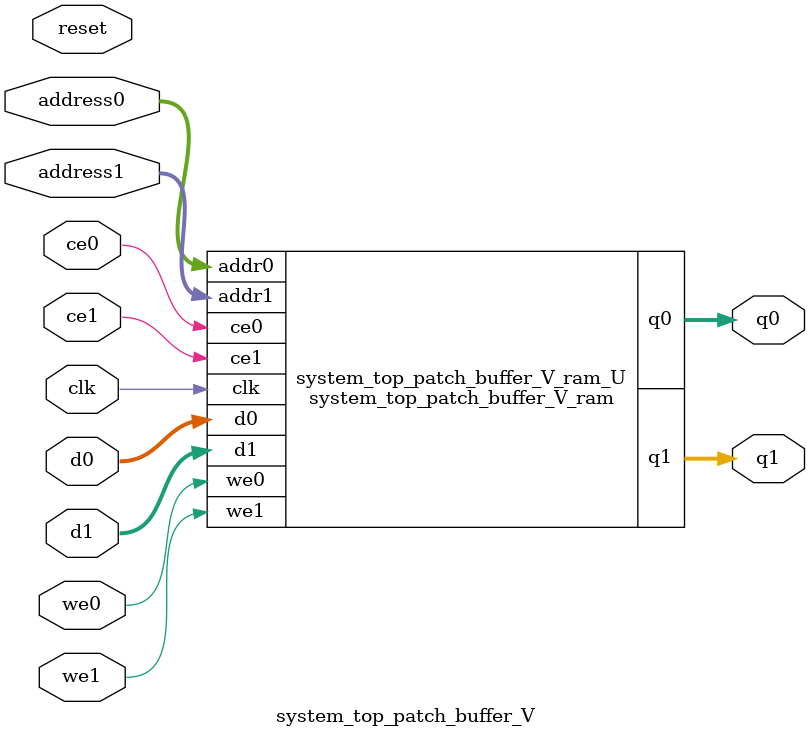
<source format=v>
`timescale 1 ns / 1 ps
module system_top_patch_buffer_V_ram (addr0, ce0, d0, we0, q0, addr1, ce1, d1, we1, q1,  clk);

parameter DWIDTH = 32;
parameter AWIDTH = 8;
parameter MEM_SIZE = 240;

input[AWIDTH-1:0] addr0;
input ce0;
input[DWIDTH-1:0] d0;
input we0;
output reg[DWIDTH-1:0] q0;
input[AWIDTH-1:0] addr1;
input ce1;
input[DWIDTH-1:0] d1;
input we1;
output reg[DWIDTH-1:0] q1;
input clk;

reg [DWIDTH-1:0] ram[0:MEM_SIZE-1];




always @(posedge clk)  
begin 
    if (ce0) begin
        if (we0) 
            ram[addr0] <= d0; 
        q0 <= ram[addr0];
    end
end


always @(posedge clk)  
begin 
    if (ce1) begin
        if (we1) 
            ram[addr1] <= d1; 
        q1 <= ram[addr1];
    end
end


endmodule

`timescale 1 ns / 1 ps
module system_top_patch_buffer_V(
    reset,
    clk,
    address0,
    ce0,
    we0,
    d0,
    q0,
    address1,
    ce1,
    we1,
    d1,
    q1);

parameter DataWidth = 32'd32;
parameter AddressRange = 32'd240;
parameter AddressWidth = 32'd8;
input reset;
input clk;
input[AddressWidth - 1:0] address0;
input ce0;
input we0;
input[DataWidth - 1:0] d0;
output[DataWidth - 1:0] q0;
input[AddressWidth - 1:0] address1;
input ce1;
input we1;
input[DataWidth - 1:0] d1;
output[DataWidth - 1:0] q1;



system_top_patch_buffer_V_ram system_top_patch_buffer_V_ram_U(
    .clk( clk ),
    .addr0( address0 ),
    .ce0( ce0 ),
    .we0( we0 ),
    .d0( d0 ),
    .q0( q0 ),
    .addr1( address1 ),
    .ce1( ce1 ),
    .we1( we1 ),
    .d1( d1 ),
    .q1( q1 ));

endmodule


</source>
